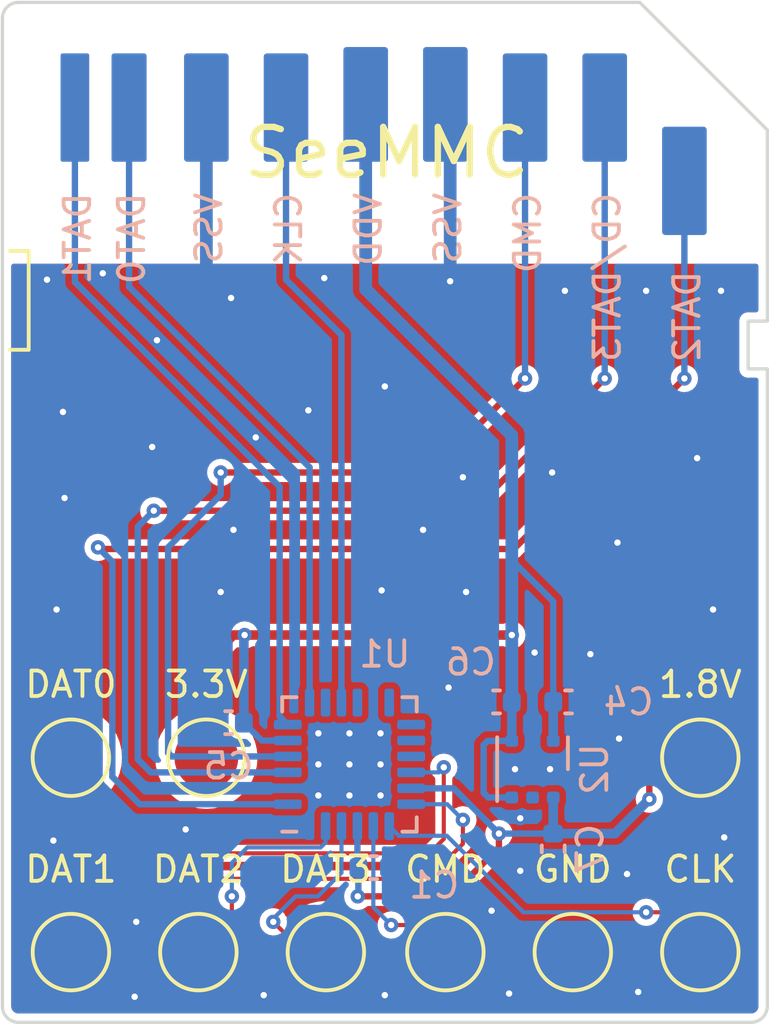
<source format=kicad_pcb>
(kicad_pcb (version 20221018) (generator pcbnew)
  (layers (0 "F.Cu" signal) (31 "B.Cu" signal) (34 "B.Paste" user) (35 "F.Paste" user) (36 "B.SilkS" user "B.Silkscreen") (37 "F.SilkS" user "F.Silkscreen") (38 "B.Mask" user) (39 "F.Mask" user) (44 "Edge.Cuts" user))
  (net 0 "")
  (net 1 "VCC")
  (net 2 "GND")
  (net 3 "VDD")
  (net 4 "/DAT3")
  (net 5 "/CMD")
  (net 6 "/CLK")
  (net 7 "/DAT0")
  (net 8 "/DAT1")
  (net 9 "/DAT2")
  (net 11 "Net-(U1-DAT0_B0)")
  (net 12 "Net-(U1-DAT1_B0)")
  (net 13 "Net-(U1-DAT2_B0)")
  (net 14 "Net-(U1-DAT3_B0)")
  (net 15 "Net-(U1-CMD_B0)")
  (net 16 "Net-(U1-CLK_B0)")
  (footprint "TestPoint:TestPoint_Pad_D2.0mm" (layer "F.Cu") (at 158.25 93.1)
    (fp_text reference "TP4" hide)
    (fp_text value "DAT3" (at 0 -2.6) (layer "F.SilkS") (effects (font (size 0.8 0.8) (thickness 0.12))))
    (fp_circle (center 0 0) (end 0 1.2) (stroke (width 0.12)) (fill none) (layer "F.SilkS"))
    (pad "1" smd circle (at 0 0) (size 2 2) (layers "F.Cu" "F.Mask") (net 14 "Net-(U1-DAT3_B0)") (clearance 0.6))
  )
  (footprint "TestPoint:TestPoint_Pad_D2.0mm" (layer "F.Cu") (at 154.25 93.1)
    (fp_text reference "TP3" hide)
    (fp_text value "DAT2" (at 0 -2.6) (layer "F.SilkS") (effects (font (size 0.8 0.8) (thickness 0.12))))
    (fp_circle (center 0 0) (end 0 1.2) (stroke (width 0.12)) (fill none) (layer "F.SilkS"))
    (pad "1" smd circle (at 0 0) (size 2 2) (layers "F.Cu" "F.Mask") (net 13 "Net-(U1-DAT2_B0)") (clearance 0.6))
  )
  (footprint "TestPoint:TestPoint_Pad_D2.0mm" (layer "F.Cu") (at 162 93.1)
    (fp_text reference "TP5" hide)
    (fp_text value "CMD" (at 0 -2.6) (layer "F.SilkS") (effects (font (size 0.8 0.8) (thickness 0.12))))
    (fp_circle (center 0 0) (end 0 1.2) (stroke (width 0.12)) (fill none) (layer "F.SilkS"))
    (pad "1" smd circle (at 0 0) (size 2 2) (layers "F.Cu" "F.Mask") (net 15 "Net-(U1-CMD_B0)") (clearance 0.6))
  )
  (footprint "Connector_Card:SD_Card_Layout" (layer "F.Cu") (at 160.125 79.3)
    (fp_text reference "J1" hide)
    (fp_text value "SD_Card")
    (fp_text user "CLK" (at -2.575 -10.1 90 unlocked) (layer "B.SilkS") (effects (font (size 0.8 0.8) (thickness 0.12)) (justify left bottom mirror)))
    (fp_text user "DAT1" (at -9.2 -10.1 90 unlocked) (layer "B.SilkS") (effects (font (size 0.8 0.8) (thickness 0.12)) (justify left bottom mirror)))
    (fp_text user "DAT0" (at -7.5 -10.1 90 unlocked) (layer "B.SilkS") (effects (font (size 0.8 0.8) (thickness 0.12)) (justify left bottom mirror)))
    (fp_text user "DAT2" (at 9.925 -7.65 90 unlocked) (layer "B.SilkS") (effects (font (size 0.8 0.8) (thickness 0.12)) (justify left bottom mirror)))
    (fp_text user "VSS" (at -5.075 -10.1 90 unlocked) (layer "B.SilkS") (effects (font (size 0.8 0.8) (thickness 0.12)) (justify left bottom mirror)))
    (fp_text user "CD/DAT3" (at 7.425 -10.1 90 unlocked) (layer "B.SilkS") (effects (font (size 0.8 0.8) (thickness 0.12)) (justify left bottom mirror)))
    (fp_text user "CMD" (at 4.925 -10.1 90 unlocked) (layer "B.SilkS") (effects (font (size 0.8 0.8) (thickness 0.12)) (justify left bottom mirror)))
    (fp_text user "VDD" (at -0.075 -10.1 90 unlocked) (layer "B.SilkS") (effects (font (size 0.8 0.8) (thickness 0.12)) (justify left bottom mirror)))
    (fp_text user "VSS" (at 2.425 -10.1 90 unlocked) (layer "B.SilkS") (effects (font (size 0.8 0.8) (thickness 0.12)) (justify left bottom mirror)))
    (fp_line (start -11.8 -8.2) (end -11.2 -8.2) (stroke (width 0.12)) (layer "F.SilkS"))
    (fp_line (start -11.2 -8.2) (end -11.2 -5.1) (stroke (width 0.12)) (layer "F.SilkS"))
    (fp_line (start -11.2 -5.1) (end -11.8 -5.1) (stroke (width 0.12)) (layer "F.SilkS"))
    (pad "1" connect roundrect (at 6.875 -12.7) (size 1.4 3.4) (layers "B.Cu" "B.Mask") (roundrect_rratio 0.07142857143) (net 4 "/DAT3") (clearance 0.05))
    (pad "2" connect roundrect (at 4.375 -12.7) (size 1.4 3.4) (layers "B.Cu" "B.Mask") (roundrect_rratio 0.07142857143) (net 5 "/CMD") (clearance 0.05))
    (pad "3" connect roundrect (at 1.875 -12.8) (size 1.4 3.6) (layers "B.Cu" "B.Mask") (roundrect_rratio 0.07142857143) (net 2 "GND") (clearance 0.05))
    (pad "4" connect roundrect (at -0.625 -12.8) (size 1.4 3.6) (layers "B.Cu" "B.Mask") (roundrect_rratio 0.07142857143) (net 3 "VDD") (clearance 0.05))
    (pad "5" connect roundrect (at -3.125 -12.7) (size 1.4 3.4) (layers "B.Cu" "B.Mask") (roundrect_rratio 0.07142857143) (net 6 "/CLK") (clearance 0.05))
    (pad "6" connect roundrect (at -5.625 -12.7) (size 1.4 3.4) (layers "B.Cu" "B.Mask") (roundrect_rratio 0.07142857143) (net 2 "GND") (clearance 0.05))
    (pad "7" connect roundrect (at -8.05 -12.7) (size 1.1 3.4) (layers "B.Cu" "B.Mask") (roundrect_rratio 0.07142857143) (net 7 "/DAT0") (clearance 0.05))
    (pad "8" connect roundrect (at -9.75 -12.7) (size 0.9 3.4) (layers "B.Cu" "B.Mask") (roundrect_rratio 0.07142857143) (net 8 "/DAT1") (clearance 0.05))
    (pad "9" connect roundrect (at 9.375 -10.4) (size 1.4 3.4) (layers "B.Cu" "B.Mask") (roundrect_rratio 0.07142857143) (net 9 "/DAT2") (clearance 0.05))
  )
  (footprint "TestPoint:TestPoint_Pad_D2.0mm" (layer "F.Cu") (at 150.25 93.1)
    (fp_text reference "TP2" hide)
    (fp_text value "DAT1" (at 0 -2.6) (layer "F.SilkS") (effects (font (size 0.8 0.8) (thickness 0.12))))
    (fp_circle (center 0 0) (end 0 1.2) (stroke (width 0.12)) (fill none) (layer "F.SilkS"))
    (pad "1" smd circle (at 0 0) (size 2 2) (layers "F.Cu" "F.Mask") (net 11 "Net-(U1-DAT0_B0)") (clearance 0.6))
  )
  (footprint "TestPoint:TestPoint_Pad_D2.0mm" (layer "F.Cu") (at 170 93.1)
    (fp_text reference "TP7" hide)
    (fp_text value "CLK" (at 0 -2.6) (layer "F.SilkS") (effects (font (size 0.8 0.8) (thickness 0.12))))
    (fp_circle (center 0 0) (end 0 1.2) (stroke (width 0.12)) (fill none) (layer "F.SilkS"))
    (pad "1" smd circle (at 0 0) (size 2 2) (layers "F.Cu" "F.Mask") (net 16 "Net-(U1-CLK_B0)") (clearance 0.6))
  )
  (footprint "TestPoint:TestPoint_Pad_D2.0mm" (layer "F.Cu") (at 154.5 87)
    (fp_text reference "TP6" hide)
    (fp_text value "3.3V" (at 0 -2.3) (layer "F.SilkS") (effects (font (size 0.8 0.8) (thickness 0.12))))
    (fp_circle (center 0 0) (end 0 1.2) (stroke (width 0.12)) (fill none) (layer "F.SilkS"))
    (pad "1" smd circle (at 0 0) (size 2 2) (layers "F.Cu" "F.Mask") (net 3 "VDD") (clearance 0.6))
  )
  (footprint "TestPoint:TestPoint_Pad_D2.0mm" (layer "F.Cu") (at 170 87)
    (fp_text reference "TP9" hide)
    (fp_text value "1.8V" (at 0 -2.3) (layer "F.SilkS") (effects (font (size 0.8 0.8) (thickness 0.12))))
    (fp_circle (center 0 0) (end 0 1.2) (stroke (width 0.12)) (fill none) (layer "F.SilkS"))
    (pad "1" smd circle (at 0 0) (size 2 2) (layers "F.Cu" "F.Mask") (net 1 "VCC") (clearance 0.6))
  )
  (footprint "TestPoint:TestPoint_Pad_D2.0mm" (layer "F.Cu") (at 150.25 87)
    (fp_text reference "TP1" hide)
    (fp_text value "DAT0" (at 0 -2.3) (layer "F.SilkS") (effects (font (size 0.8 0.8) (thickness 0.12))))
    (fp_circle (center 0 0) (end 0 1.2) (stroke (width 0.12)) (fill none) (layer "F.SilkS"))
    (pad "1" smd circle (at 0 0) (size 2 2) (layers "F.Cu" "F.Mask") (net 12 "Net-(U1-DAT1_B0)") (clearance 0.6))
  )
  (footprint "TestPoint:TestPoint_Pad_D2.0mm" (layer "F.Cu") (at 166 93.1)
    (fp_text reference "TP8" hide)
    (fp_text value "GND" (at 0 -2.6) (layer "F.SilkS") (effects (font (size 0.8 0.8) (thickness 0.12))))
    (fp_circle (center 0 0) (end 0 1.2) (stroke (width 0.12)) (fill none) (layer "F.SilkS"))
    (pad "1" smd circle (at 0 0) (size 2 2) (layers "F.Cu" "F.Mask") (net 2 "GND") (clearance 0.6))
  )
  (footprint "Capacitor_SMD:C_0402_1005Metric" (layer "B.Cu") (at 163.605 85.25 180)
    (fp_text reference "C6" (at 0.805 1.25) (layer "B.SilkS") (effects (font (size 0.8 0.8) (thickness 0.12)) (justify mirror)))
    (fp_text value "0.1uF" hide)
    (fp_line (start -0.107836 -0.36) (end 0.107836 -0.36) (stroke (width 0.12)) (layer "B.SilkS"))
    (fp_line (start -0.107836 0.36) (end 0.107836 0.36) (stroke (width 0.12)) (layer "B.SilkS"))
    (pad "1" smd roundrect (at -0.48 0 180) (size 0.56 0.62) (layers "B.Cu" "B.Paste" "B.Mask") (net 3 "VDD"))
    (pad "2" smd roundrect (at 0.48 0 180) (size 0.56 0.62) (layers "B.Cu" "B.Paste" "B.Mask") (net 2 "GND"))
  )
  (footprint "Capacitor_SMD:C_0402_1005Metric" (layer "B.Cu") (at 165.865 85.25 180)
    (fp_text reference "C4" (at -1.885 0) (layer "B.SilkS") (effects (font (size 0.8 0.8) (thickness 0.12)) (justify mirror)))
    (fp_text value "2.2uF" hide)
    (fp_line (start -0.107836 -0.36) (end 0.107836 -0.36) (stroke (width 0.12)) (layer "B.SilkS"))
    (fp_line (start -0.107836 0.36) (end 0.107836 0.36) (stroke (width 0.12)) (layer "B.SilkS"))
    (pad "1" smd roundrect (at -0.48 0 180) (size 0.56 0.62) (layers "B.Cu" "B.Paste" "B.Mask") (net 2 "GND"))
    (pad "2" smd roundrect (at 0.48 0 180) (size 0.56 0.62) (layers "B.Cu" "B.Paste" "B.Mask") (net 3 "VDD"))
  )
  (footprint "Capacitor_SMD:C_0402_1005Metric" (layer "B.Cu") (at 159.75 90.45)
    (fp_text reference "C1" (at 1.9 0.55) (layer "B.SilkS") (effects (font (size 0.8 0.8) (thickness 0.12)) (justify mirror)))
    (fp_text value "0.1uF" hide)
    (fp_line (start -0.107836 -0.36) (end 0.107836 -0.36) (stroke (width 0.12)) (layer "B.SilkS"))
    (fp_line (start -0.107836 0.36) (end 0.107836 0.36) (stroke (width 0.12)) (layer "B.SilkS"))
    (pad "1" smd roundrect (at -0.48 0) (size 0.56 0.62) (layers "B.Cu" "B.Paste" "B.Mask") (net 1 "VCC"))
    (pad "2" smd roundrect (at 0.48 0) (size 0.56 0.62) (layers "B.Cu" "B.Paste" "B.Mask") (net 2 "GND"))
  )
  (footprint "Package_SON:WSON-6-1EP_2x2mm_P0.65mm_EP1x1.6mm_ThermalVias" (layer "B.Cu") (at 164.735 87.36 90)
    (fp_text reference "U2" (at 0 1.95 90) (layer "B.SilkS") (effects (font (size 0.8 0.8) (thickness 0.12)) (justify mirror)))
    (fp_text value "TPS7A1118PDRV" hide)
    (fp_line (start -1 -1.11) (end 1 -1.11) (stroke (width 0.12)) (layer "B.SilkS"))
    (fp_line (start 0 1.11) (end 1 1.11) (stroke (width 0.12)) (layer "B.SilkS"))
    (pad "1" smd roundrect (at -0.8875 0.65 90) (size 0.375 0.4) (layers "B.Cu" "B.Paste" "B.Mask") (net 1 "VCC"))
    (pad "2" smd roundrect (at -0.8875 0 90) (size 0.375 0.4) (layers "B.Cu" "B.Paste" "B.Mask"))
    (pad "3" smd roundrect (at -0.8875 -0.65 90) (size 0.375 0.4) (layers "B.Cu" "B.Paste" "B.Mask") (net 3 "VDD"))
    (pad "4" smd roundrect (at 0.8875 -0.65 90) (size 0.375 0.4) (layers "B.Cu" "B.Paste" "B.Mask") (net 3 "VDD"))
    (pad "5" smd roundrect (at 0.8875 0 90) (size 0.375 0.4) (layers "B.Cu" "B.Paste" "B.Mask") (net 2 "GND"))
    (pad "6" smd roundrect (at 0.8875 0.65 90) (size 0.375 0.4) (layers "B.Cu" "B.Paste" "B.Mask") (net 3 "VDD"))
    (pad "7" thru_hole circle (at 0 -0.55 90) (size 0.5 0.5) (drill 0.2) (layers "*.Cu") (net 2 "GND"))
    (pad "7" smd rect (at 0 0 90) (size 0.5 1.6) (layers "F.Cu") (net 2 "GND"))
    (pad "7" smd rect (at 0 0 90) (size 1 1.6) (layers "B.Cu" "B.Mask") (net 2 "GND"))
    (pad "7" thru_hole circle (at 0 0.55 90) (size 0.5 0.5) (drill 0.2) (layers "*.Cu") (net 2 "GND"))
  )
  (footprint "Capacitor_SMD:C_0402_1005Metric" (layer "B.Cu") (at 165.385 89.86 90)
    (fp_text reference "C7" (at 0 1.16 90) (layer "B.SilkS") (effects (font (size 0.8 0.8) (thickness 0.12)) (justify mirror)))
    (fp_text value "2.2uF" hide)
    (fp_line (start -0.107836 -0.36) (end 0.107836 -0.36) (stroke (width 0.12)) (layer "B.SilkS"))
    (fp_line (start -0.107836 0.36) (end 0.107836 0.36) (stroke (width 0.12)) (layer "B.SilkS"))
    (pad "1" smd roundrect (at -0.48 0 90) (size 0.56 0.62) (layers "B.Cu" "B.Paste" "B.Mask") (net 2 "GND"))
    (pad "2" smd roundrect (at 0.48 0 90) (size 0.56 0.62) (layers "B.Cu" "B.Paste" "B.Mask") (net 1 "VCC"))
  )
  (footprint "Capacitor_SMD:C_0402_1005Metric" (layer "B.Cu") (at 155.1975 85.9 180)
    (fp_text reference "C5" (at 0 -1.36) (layer "B.SilkS") (effects (font (size 0.8 0.8) (thickness 0.12)) (justify mirror)))
    (fp_text value "0.1uF" hide)
    (fp_line (start -0.107836 -0.36) (end 0.107836 -0.36) (stroke (width 0.12)) (layer "B.SilkS"))
    (fp_line (start -0.107836 0.36) (end 0.107836 0.36) (stroke (width 0.12)) (layer "B.SilkS"))
    (pad "1" smd roundrect (at -0.48 0 180) (size 0.56 0.62) (layers "B.Cu" "B.Paste" "B.Mask") (net 3 "VDD"))
    (pad "2" smd roundrect (at 0.48 0 180) (size 0.56 0.62) (layers "B.Cu" "B.Paste" "B.Mask") (net 2 "GND"))
  )
  (footprint "Package_DFN_QFN:WQFN-24-1EP_4x4mm_P0.5mm_EP2.45x2.45mm_ThermalVias" (layer "B.Cu") (at 158.99 87.21)
    (fp_text reference "U1" (at 1.11 -3.46) (layer "B.SilkS") (effects (font (size 0.8 0.8) (thickness 0.12)) (justify mirror)))
    (fp_text value "TXS02612RTWR" hide)
    (fp_line (start -2.11 -2.11) (end -2.11 -1.66) (stroke (width 0.12)) (layer "B.SilkS"))
    (fp_line (start -1.66 -2.11) (end -2.11 -2.11) (stroke (width 0.12)) (layer "B.SilkS"))
    (fp_line (start -1.66 2.11) (end -2.11 2.11) (stroke (width 0.12)) (layer "B.SilkS"))
    (fp_line (start 1.66 -2.11) (end 2.11 -2.11) (stroke (width 0.12)) (layer "B.SilkS"))
    (fp_line (start 1.66 2.11) (end 2.11 2.11) (stroke (width 0.12)) (layer "B.SilkS"))
    (fp_line (start 2.11 -2.11) (end 2.11 -1.66) (stroke (width 0.12)) (layer "B.SilkS"))
    (fp_line (start 2.11 2.11) (end 2.11 1.66) (stroke (width 0.12)) (layer "B.SilkS"))
    (pad "1" smd roundrect (at -1.9375 1.25) (size 0.875 0.3) (layers "B.Cu" "B.Paste" "B.Mask") (net 9 "/DAT2"))
    (pad "2" smd roundrect (at -1.9375 0.75) (size 0.875 0.3) (layers "B.Cu" "B.Paste" "B.Mask") (net 2 "GND"))
    (pad "3" smd roundrect (at -1.9375 0.25) (size 0.875 0.3) (layers "B.Cu" "B.Paste" "B.Mask") (net 4 "/DAT3"))
    (pad "4" smd roundrect (at -1.9375 -0.25) (size 0.875 0.3) (layers "B.Cu" "B.Paste" "B.Mask") (net 5 "/CMD"))
    (pad "5" smd roundrect (at -1.9375 -0.75) (size 0.875 0.3) (layers "B.Cu" "B.Paste" "B.Mask") (net 3 "VDD"))
    (pad "6" smd roundrect (at -1.9375 -1.25) (size 0.875 0.3) (layers "B.Cu" "B.Paste" "B.Mask") (net 8 "/DAT1"))
    (pad "7" smd roundrect (at -1.25 -1.9375) (size 0.3 0.875) (layers "B.Cu" "B.Paste" "B.Mask") (net 7 "/DAT0"))
    (pad "8" smd roundrect (at -0.75 -1.9375) (size 0.3 0.875) (layers "B.Cu" "B.Paste" "B.Mask"))
    (pad "9" smd roundrect (at -0.25 -1.9375) (size 0.3 0.875) (layers "B.Cu" "B.Paste" "B.Mask") (net 6 "/CLK"))
    (pad "10" smd roundrect (at 0.25 -1.9375) (size 0.3 0.875) (layers "B.Cu" "B.Paste" "B.Mask"))
    (pad "11" smd roundrect (at 0.75 -1.9375) (size 0.3 0.875) (layers "B.Cu" "B.Paste" "B.Mask") (net 2 "GND"))
    (pad "12" smd roundrect (at 1.25 -1.9375) (size 0.3 0.875) (layers "B.Cu" "B.Paste" "B.Mask"))
    (pad "13" smd roundrect (at 1.9375 -1.25) (size 0.875 0.3) (layers "B.Cu" "B.Paste" "B.Mask"))
    (pad "14" smd roundrect (at 1.9375 -0.75) (size 0.875 0.3) (layers "B.Cu" "B.Paste" "B.Mask"))
    (pad "15" smd roundrect (at 1.9375 -0.25) (size 0.875 0.3) (layers "B.Cu" "B.Paste" "B.Mask"))
    (pad "16" smd roundrect (at 1.9375 0.25) (size 0.875 0.3) (layers "B.Cu" "B.Paste" "B.Mask") (net 12 "Net-(U1-DAT1_B0)"))
    (pad "17" smd roundrect (at 1.9375 0.75) (size 0.875 0.3) (layers "B.Cu" "B.Paste" "B.Mask") (net 1 "VCC"))
    (pad "18" smd roundrect (at 1.9375 1.25) (size 0.875 0.3) (layers "B.Cu" "B.Paste" "B.Mask") (net 11 "Net-(U1-DAT0_B0)"))
    (pad "19" smd roundrect (at 1.25 1.9375) (size 0.3 0.875) (layers "B.Cu" "B.Paste" "B.Mask") (net 16 "Net-(U1-CLK_B0)"))
    (pad "20" smd roundrect (at 0.75 1.9375) (size 0.3 0.875) (layers "B.Cu" "B.Paste" "B.Mask") (net 15 "Net-(U1-CMD_B0)"))
    (pad "21" smd roundrect (at 0.25 1.9375) (size 0.3 0.875) (layers "B.Cu" "B.Paste" "B.Mask") (net 1 "VCC"))
    (pad "22" smd roundrect (at -0.25 1.9375) (size 0.3 0.875) (layers "B.Cu" "B.Paste" "B.Mask") (net 14 "Net-(U1-DAT3_B0)"))
    (pad "23" smd roundrect (at -0.75 1.9375) (size 0.3 0.875) (layers "B.Cu" "B.Paste" "B.Mask") (net 13 "Net-(U1-DAT2_B0)"))
    (pad "24" smd roundrect (at -1.25 1.9375) (size 0.3 0.875) (layers "B.Cu" "B.Paste" "B.Mask") (net 2 "GND"))
    (pad "25" thru_hole circle (at -0.975 -0.975) (size 0.5 0.5) (drill 0.2) (layers "*.Cu") (net 2 "GND"))
    (pad "25" thru_hole circle (at -0.975 0) (size 0.5 0.5) (drill 0.2) (layers "*.Cu") (net 2 "GND"))
    (pad "25" thru_hole circle (at -0.975 0.975) (size 0.5 0.5) (drill 0.2) (layers "*.Cu") (net 2 "GND"))
    (pad "25" thru_hole circle (at 0 -0.975) (size 0.5 0.5) (drill 0.2) (layers "*.Cu") (net 2 "GND"))
    (pad "25" thru_hole circle (at 0 0) (size 0.5 0.5) (drill 0.2) (layers "*.Cu") (net 2 "GND"))
    (pad "25" smd rect (at 0 0) (size 2.45 2.45) (layers "F.Cu") (net 2 "GND"))
    (pad "25" smd rect (at 0 0) (size 2.45 2.45) (layers "B.Cu" "B.Mask") (net 2 "GND"))
    (pad "25" thru_hole circle (at 0 0.975) (size 0.5 0.5) (drill 0.2) (layers "*.Cu") (net 2 "GND"))
    (pad "25" thru_hole circle (at 0.975 -0.975) (size 0.5 0.5) (drill 0.2) (layers "*.Cu") (net 2 "GND"))
    (pad "25" thru_hole circle (at 0.975 0) (size 0.5 0.5) (drill 0.2) (layers "*.Cu") (net 2 "GND"))
    (pad "25" thru_hole circle (at 0.975 0.975) (size 0.5 0.5) (drill 0.2) (layers "*.Cu") (net 2 "GND"))
  )
  (gr_line (start 172.1 67.3) (end 172.1 73.3) (stroke (width 0.1)) (layer "Edge.Cuts"))
  (gr_line (start 148.6 63.3) (end 168.1 63.3) (stroke (width 0.1)) (layer "Edge.Cuts"))
  (gr_line (start 171.5 74.8) (end 172.1 74.8) (stroke (width 0.1)) (layer "Edge.Cuts"))
  (gr_line (start 148.1 94.8) (end 148.1 63.8) (stroke (width 0.1)) (layer "Edge.Cuts"))
  (gr_line (start 171.6 95.3) (end 148.6 95.3) (stroke (width 0.1)) (layer "Edge.Cuts"))
  (gr_line (start 168.1 63.3) (end 172.1 67.3) (stroke (width 0.1)) (layer "Edge.Cuts"))
  (gr_arc (start 172.1 94.8) (mid 171.953553 95.153553) (end 171.6 95.3) (stroke (width 0.1)) (layer "Edge.Cuts"))
  (gr_line (start 172.1 74.8) (end 172.1 94.8) (stroke (width 0.1)) (layer "Edge.Cuts"))
  (gr_arc (start 148.6 95.3) (mid 148.246447 95.153553) (end 148.1 94.8) (stroke (width 0.1)) (layer "Edge.Cuts"))
  (gr_arc (start 148.1 63.8) (mid 148.246447 63.446447) (end 148.6 63.3) (stroke (width 0.1)) (layer "Edge.Cuts"))
  (gr_line (start 171.5 73.3) (end 171.5 74.8) (stroke (width 0.1)) (layer "Edge.Cuts"))
  (gr_line (start 172.1 73.3) (end 171.5 73.3) (stroke (width 0.1)) (layer "Edge.Cuts"))
  (gr_text "SeeMMC" (at 155.560715 68.9) (layer "F.SilkS") (effects (font (size 1.5 1.5) (thickness 0.2)) (justify left bottom)))
  (segment (start 163.68 89.82) (end 162.35 91.15) (width 0.2) (layer "F.Cu") (net 1))
  (segment (start 168.4 87.5) (end 168.9 87) (width 0.2) (layer "F.Cu") (net 1))
  (segment (start 168.4 88.3) (end 168.4 87.5) (width 0.2) (layer "F.Cu") (net 1))
  (segment (start 162.35 91.15) (end 162.15 91.35) (width 0.2) (layer "F.Cu") (net 1))
  (segment (start 162.15 91.35) (end 159.25 91.35) (width 0.2) (layer "F.Cu") (net 1))
  (segment (start 168.9 87) (end 170 87) (width 0.2) (layer "F.Cu") (net 1))
  (segment (start 163.68 89.38) (end 163.68 89.82) (width 0.2) (layer "F.Cu") (net 1))
  (via (at 159.25 91.35) (size 0.45) (drill 0.2) (layers "F.Cu" "B.Cu") (net 1))
  (via (at 168.4 88.3) (size 0.45) (drill 0.2) (layers "F.Cu" "B.Cu") (net 1))
  (via (at 163.68 89.38) (size 0.45) (drill 0.2) (layers "F.Cu" "B.Cu") (net 1))
  (segment (start 167.32 89.38) (end 168.4 88.3) (width 0.3) (layer "B.Cu") (net 1))
  (segment (start 165.385 89.38) (end 167.32 89.38) (width 0.3) (layer "B.Cu") (net 1))
  (segment (start 160.9275 87.96) (end 162.26 87.96) (width 0.2) (layer "B.Cu") (net 1))
  (segment (start 165.385 88.2475) (end 165.385 89.38) (width 0.3) (layer "B.Cu") (net 1))
  (segment (start 159.24 89.1475) (end 159.24 90.42) (width 0.2) (layer "B.Cu") (net 1))
  (segment (start 159.27 91.33) (end 159.25 91.35) (width 0.2) (layer "B.Cu") (net 1))
  (segment (start 163.68 89.38) (end 165.385 89.38) (width 0.2) (layer "B.Cu") (net 1))
  (segment (start 159.27 90.45) (end 159.27 91.33) (width 0.2) (layer "B.Cu") (net 1))
  (segment (start 159.24 90.42) (end 159.27 90.45) (width 0.2) (layer "B.Cu") (net 1))
  (segment (start 162.26 87.96) (end 163.68 89.38) (width 0.2) (layer "B.Cu") (net 1))
  (via (at 162.1 84.8) (size 0.45) (drill 0.2) (layers "F.Cu" "B.Cu") (net 2))
  (via (at 170.4 82.35) (size 0.45) (drill 0.2) (layers "F.Cu" "B.Cu") (net 2))
  (via (at 160.1 75.35) (size 0.45) (drill 0.2) (layers "F.Cu" "B.Cu") (net 2))
  (via (at 162.65 81.8) (size 0.45) (drill 0.2) (layers "F.Cu" "B.Cu") (net 2))
  (via (at 149.8 82.35) (size 0.45) (drill 0.2) (layers "F.Cu" "B.Cu") (net 2))
  (via (at 149.5 72) (size 0.45) (drill 0.2) (layers "F.Cu" "B.Cu") (net 2))
  (via (at 160.1 94.45) (size 0.45) (drill 0.2) (layers "F.Cu" "B.Cu") (net 2))
  (via (at 164.35 90.55) (size 0.45) (drill 0.2) (layers "F.Cu" "B.Cu") (net 2))
  (via (at 155.35 79.85) (size 0.45) (drill 0.2) (layers "F.Cu" "B.Cu") (net 2))
  (via (at 169.9 77.6) (size 0.45) (drill 0.2) (layers "F.Cu" "B.Cu") (net 2))
  (via (at 165.35 78.05) (size 0.45) (drill 0.2) (layers "F.Cu" "B.Cu") (net 2))
  (via (at 157.7 76.1) (size 0.45) (drill 0.2) (layers "F.Cu" "B.Cu") (net 2))
  (via (at 164 94.4) (size 0.45) (drill 0.2) (layers "F.Cu" "B.Cu") (net 2))
  (via (at 167.4 80.25) (size 0.45) (drill 0.2) (layers "F.Cu" "B.Cu") (net 2))
  (via (at 155.275 72.575) (size 0.45) (drill 0.2) (layers "F.Cu" "B.Cu") (net 2))
  (via (at 154.95 81.8) (size 0.45) (drill 0.2) (layers "F.Cu" "B.Cu") (net 2))
  (via (at 165.75 72.35) (size 0.45) (drill 0.2) (layers "F.Cu" "B.Cu") (net 2))
  (via (at 149.7 89.6) (size 0.45) (drill 0.2) (layers "F.Cu" "B.Cu") (net 2))
  (via (at 158.2 71.95) (size 0.45) (drill 0.2) (layers "F.Cu" "B.Cu") (net 2))
  (via (at 150 76.15) (size 0.45) (drill 0.2) (layers "F.Cu" "B.Cu") (net 2))
  (via (at 162.55 78.2) (size 0.45) (drill 0.2) (layers "F.Cu" "B.Cu") (net 2))
  (via (at 167.7 90.65) (size 0.45) (drill 0.2) (layers "F.Cu" "B.Cu") (net 2))
  (via (at 168.3 72.35) (size 0.45) (drill 0.2) (layers "F.Cu" "B.Cu") (net 2))
  (via (at 152.3 92.15) (size 0.45) (drill 0.2) (layers "F.Cu" "B.Cu") (net 2))
  (via (at 166.55 83.75) (size 0.45) (drill 0.2) (layers "F.Cu" "B.Cu") (net 2))
  (via (at 153.85 89.25) (size 0.45) (drill 0.2) (layers "F.Cu" "B.Cu") (net 2))
  (via (at 150.05 78.85) (size 0.45) (drill 0.2) (layers "F.Cu" "B.Cu") (net 2))
  (via (at 162.15 72.05) (size 0.45) (drill 0.2) (layers "F.Cu" "B.Cu") (net 2))
  (via (at 164.35 88.9) (size 0.45) (drill 0.2) (layers "F.Cu" "B.Cu") (net 2))
  (via (at 156.05 76.95) (size 0.45) (drill 0.2) (layers "F.Cu" "B.Cu") (net 2))
  (via (at 160 81.75) (size 0.45) (drill 0.2) (layers "F.Cu" "B.Cu") (net 2))
  (via (at 151.25 71.8) (size 0.45) (drill 0.2) (layers "F.Cu" "B.Cu") (net 2))
  (via (at 168.05 94.35) (size 0.45) (drill 0.2) (layers "F.Cu" "B.Cu") (net 2))
  (via (at 152.95 73.9) (size 0.45) (drill 0.2) (layers "F.Cu" "B.Cu") (net 2))
  (via (at 167.45 86.4) (size 0.45) (drill 0.2) (layers "F.Cu" "B.Cu") (net 2))
  (via (at 164.8 83.7) (size 0.45) (drill 0.2) (layers "F.Cu" "B.Cu") (net 2))
  (via (at 152.8 77.25) (size 0.45) (drill 0.2) (layers "F.Cu" "B.Cu") (net 2))
  (via (at 170.75 89.5) (size 0.45) (drill 0.2) (layers "F.Cu" "B.Cu") (net 2))
  (via (at 152.25 94.5) (size 0.45) (drill 0.2) (layers "F.Cu" "B.Cu") (net 2))
  (via (at 170.65 72.35) (size 0.45) (drill 0.2) (layers "F.Cu" "B.Cu") (net 2))
  (via (at 161.3 79.85) (size 0.45) (drill 0.2) (layers "F.Cu" "B.Cu") (net 2))
  (via (at 163.45 91.8) (size 0.45) (drill 0.2) (layers "F.Cu" "B.Cu") (net 2))
  (via (at 156.3 94.45) (size 0.45) (drill 0.2) (layers "F.Cu" "B.Cu") (net 2))
  (segment (start 162.15 66.65) (end 162.15 72.05) (width 0.4) (layer "B.Cu") (net 2))
  (segment (start 154.5 71.8) (end 154.5 66.6) (width 0.4) (layer "B.Cu") (net 2))
  (segment (start 155.275 72.575) (end 154.5 71.8) (width 0.4) (layer "B.Cu") (net 2))
  (segment (start 162 66.5) (end 162.15 66.65) (width 0.4) (layer "B.Cu") (net 2))
  (segment (start 155.7 83.15) (end 164.085 83.15) (width 0.3) (layer "F.Cu") (net 3))
  (segment (start 154.5 84) (end 154.5 87) (width 0.3) (layer "F.Cu") (net 3))
  (segment (start 155.35 83.15) (end 154.5 84) (width 0.3) (layer "F.Cu") (net 3))
  (segment (start 155.7 83.15) (end 155.35 83.15) (width 0.3) (layer "F.Cu") (net 3))
  (via (at 164.085 83.15) (size 0.45) (drill 0.2) (layers "F.Cu" "B.Cu") (net 3))
  (via (at 155.7 83.15) (size 0.45) (drill 0.2) (layers "F.Cu" "B.Cu") (net 3))
  (segment (start 159.5 72.3) (end 159.5 66.5) (width 0.4) (layer "B.Cu") (net 3))
  (segment (start 164.085 86.4725) (end 163.3275 86.4725) (width 0.2) (layer "B.Cu") (net 3))
  (segment (start 155.6775 83.1725) (end 155.7 83.15) (width 0.3) (layer "B.Cu") (net 3))
  (segment (start 156.2375 86.46) (end 155.6775 85.9) (width 0.2) (layer "B.Cu") (net 3))
  (segment (start 164.085 83.15) (end 164.085 80.8) (width 0.4) (layer "B.Cu") (net 3))
  (segment (start 165.385 82.1) (end 164.085 80.8) (width 0.2) (layer "B.Cu") (net 3))
  (segment (start 164.085 85.25) (end 164.085 86.4725) (width 0.3) (layer "B.Cu") (net 3))
  (segment (start 164.085 85.25) (end 164.085 83.15) (width 0.4) (layer "B.Cu") (net 3))
  (segment (start 164.085 76.885) (end 159.5 72.3) (width 0.4) (layer "B.Cu") (net 3))
  (segment (start 163.2 86.6) (end 163.2 88.1) (width 0.2) (layer "B.Cu") (net 3))
  (segment (start 163.3475 88.2475) (end 164.085 88.2475) (width 0.2) (layer "B.Cu") (net 3))
  (segment (start 163.2 88.1) (end 163.3475 88.2475) (width 0.2) (layer "B.Cu") (net 3))
  (segment (start 165.385 85.25) (end 165.385 82.1) (width 0.2) (layer "B.Cu") (net 3))
  (segment (start 163.3275 86.4725) (end 163.2 86.6) (width 0.2) (layer "B.Cu") (net 3))
  (segment (start 165.385 85.25) (end 165.385 86.4725) (width 0.3) (layer "B.Cu") (net 3))
  (segment (start 155.6775 85.9) (end 155.6775 83.1725) (width 0.3) (layer "B.Cu") (net 3))
  (segment (start 164.085 80.8) (end 164.085 76.885) (width 0.4) (layer "B.Cu") (net 3))
  (segment (start 157.0525 86.46) (end 156.2375 86.46) (width 0.2) (layer "B.Cu") (net 3))
  (segment (start 162.85 79.25) (end 167 75.1) (width 0.2) (layer "F.Cu") (net 4))
  (segment (start 152.85 79.25) (end 162.85 79.25) (width 0.2) (layer "F.Cu") (net 4))
  (via (at 167 75.1) (size 0.45) (drill 0.2) (layers "F.Cu" "B.Cu") (net 4))
  (via (at 152.85 79.25) (size 0.45) (drill 0.2) (layers "F.Cu" "B.Cu") (net 4))
  (segment (start 167 75.1) (end 167 66.6) (width 0.2) (layer "B.Cu") (net 4))
  (segment (start 152.76 87.46) (end 152.35 87.05) (width 0.2) (layer "B.Cu") (net 4))
  (segment (start 157.0525 87.46) (end 152.76 87.46) (width 0.2) (layer "B.Cu") (net 4))
  (segment (start 152.35 79.75) (end 152.85 79.25) (width 0.2) (layer "B.Cu") (net 4))
  (segment (start 152.35 87.05) (end 152.35 79.75) (width 0.2) (layer "B.Cu") (net 4))
  (segment (start 154.95 78.05) (end 161.55 78.05) (width 0.2) (layer "F.Cu") (net 5))
  (segment (start 161.55 78.05) (end 164.5 75.1) (width 0.2) (layer "F.Cu") (net 5))
  (via (at 164.5 75.1) (size 0.45) (drill 0.2) (layers "F.Cu" "B.Cu") (net 5))
  (via (at 154.95 78.05) (size 0.45) (drill 0.2) (layers "F.Cu" "B.Cu") (net 5))
  (segment (start 153.41 86.96) (end 157.0525 86.96) (width 0.2) (layer "B.Cu") (net 5))
  (segment (start 154.95 78.75) (end 153.3 80.4) (width 0.2) (layer "B.Cu") (net 5))
  (segment (start 154.95 78.05) (end 154.95 78.75) (width 0.2) (layer "B.Cu") (net 5))
  (segment (start 164.5 75.1) (end 164.5 66.6) (width 0.2) (layer "B.Cu") (net 5))
  (segment (start 153.3 80.4) (end 153.3 86.85) (width 0.2) (layer "B.Cu") (net 5))
  (segment (start 153.3 86.85) (end 153.41 86.96) (width 0.2) (layer "B.Cu") (net 5))
  (segment (start 158.74 73.74) (end 157 72) (width 0.2) (layer "B.Cu") (net 6))
  (segment (start 157 72) (end 157 66.6) (width 0.2) (layer "B.Cu") (net 6))
  (segment (start 158.74 85.2725) (end 158.74 73.74) (width 0.2) (layer "B.Cu") (net 6))
  (segment (start 152.075 72.225) (end 152.075 66.6) (width 0.2) (layer "B.Cu") (net 7))
  (segment (start 157.74 77.89) (end 152.075 72.225) (width 0.2) (layer "B.Cu") (net 7))
  (segment (start 157.74 85.2725) (end 157.74 77.89) (width 0.2) (layer "B.Cu") (net 7))
  (segment (start 156.8 78.5) (end 156.8 85.7075) (width 0.2) (layer "B.Cu") (net 8))
  (segment (start 150.375 66.6) (end 150.375 72.075) (width 0.2) (layer "B.Cu") (net 8))
  (segment (start 150.375 72.075) (end 156.8 78.5) (width 0.2) (layer "B.Cu") (net 8))
  (segment (start 156.8 85.7075) (end 157.0525 85.96) (width 0.2) (layer "B.Cu") (net 8))
  (segment (start 164.15 80.45) (end 169.5 75.1) (width 0.2) (layer "F.Cu") (net 9))
  (segment (start 151.1 80.4) (end 151.15 80.45) (width 0.2) (layer "F.Cu") (net 9))
  (segment (start 151.15 80.45) (end 164.15 80.45) (width 0.2) (layer "F.Cu") (net 9))
  (via (at 169.5 75.1) (size 0.45) (drill 0.2) (layers "F.Cu" "B.Cu") (net 9))
  (via (at 151.1 80.4) (size 0.45) (drill 0.2) (layers "F.Cu" "B.Cu") (net 9))
  (segment (start 169.5 75.1) (end 169.5 68.9) (width 0.2) (layer "B.Cu") (net 9))
  (segment (start 151.55 80.85) (end 151.55 87.6) (width 0.2) (layer "B.Cu") (net 9))
  (segment (start 151.1 80.4) (end 151.55 80.85) (width 0.2) (layer "B.Cu") (net 9))
  (segment (start 151.55 87.6) (end 152.41 88.46) (width 0.2) (layer "B.Cu") (net 9))
  (segment (start 152.41 88.46) (end 157.0525 88.46) (width 0.2) (layer "B.Cu") (net 9))
  (segment (start 152.55 90.8) (end 150.25 93.1) (width 0.13) (layer "F.Cu") (net 11))
  (segment (start 161.45 90.8) (end 152.55 90.8) (width 0.13) (layer "F.Cu") (net 11))
  (segment (start 162.55 88.95) (end 162.55 89.7) (width 0.13) (layer "F.Cu") (net 11))
  (segment (start 162.55 89.7) (end 161.45 90.8) (width 0.13) (layer "F.Cu") (net 11))
  (via (at 162.55 88.95) (size 0.45) (drill 0.2) (layers "F.Cu" "B.Cu") (net 11))
  (segment (start 162.55 88.95) (end 162.06 88.46) (width 0.13) (layer "B.Cu") (net 11))
  (segment (start 162.06 88.46) (end 160.9275 88.46) (width 0.13) (layer "B.Cu") (net 11))
  (segment (start 161.95 87.3) (end 161.95 89.55) (width 0.13) (layer "F.Cu") (net 12))
  (segment (start 161.95 89.55) (end 161.5 90) (width 0.13) (layer "F.Cu") (net 12))
  (segment (start 161.5 90) (end 152.2 90) (width 0.13) (layer "F.Cu") (net 12))
  (segment (start 152.2 90) (end 151.1 88.9) (width 0.13) (layer "F.Cu") (net 12))
  (segment (start 151.1 88.9) (end 151.1 87.85) (width 0.13) (layer "F.Cu") (net 12))
  (segment (start 151.1 87.85) (end 150.25 87) (width 0.13) (layer "F.Cu") (net 12))
  (via (at 161.95 87.3) (size 0.45) (drill 0.2) (layers "F.Cu" "B.Cu") (net 12))
  (segment (start 161.79 87.46) (end 161.95 87.3) (width 0.13) (layer "B.Cu") (net 12))
  (segment (start 160.9275 87.46) (end 161.79 87.46) (width 0.13) (layer "B.Cu") (net 12))
  (segment (start 155.3 91.35) (end 155.3 92.05) (width 0.13) (layer "F.Cu") (net 13))
  (segment (start 155.3 92.05) (end 154.25 93.1) (width 0.13) (layer "F.Cu") (net 13))
  (via (at 155.3 91.35) (size 0.45) (drill 0.2) (layers "F.Cu" "B.Cu") (net 13))
  (segment (start 158.085 89.815) (end 155.785 89.815) (width 0.13) (layer "B.Cu") (net 13))
  (segment (start 158.24 89.66) (end 158.085 89.815) (width 0.13) (layer "B.Cu") (net 13))
  (segment (start 158.24 89.1475) (end 158.24 89.66) (width 0.13) (layer "B.Cu") (net 13))
  (segment (start 155.785 89.815) (end 155.3 90.3) (width 0.13) (layer "B.Cu") (net 13))
  (segment (start 155.3 90.3) (end 155.3 91.35) (width 0.13) (layer "B.Cu") (net 13))
  (segment (start 157.55 93.1) (end 158.25 93.1) (width 0.2) (layer "F.Cu") (net 14))
  (segment (start 156.6 92.15) (end 157.55 93.1) (width 0.13) (layer "F.Cu") (net 14))
  (via (at 156.6 92.15) (size 0.45) (drill 0.2) (layers "F.Cu" "B.Cu") (net 14))
  (segment (start 157.3 91.35) (end 158 91.35) (width 0.13) (layer "B.Cu") (net 14))
  (segment (start 156.6 92.15) (end 156.6 92.05) (width 0.2) (layer "B.Cu") (net 14))
  (segment (start 158 91.35) (end 158.74 90.61) (width 0.13) (layer "B.Cu") (net 14))
  (segment (start 158.74 90.61) (end 158.74 89.1475) (width 0.13) (layer "B.Cu") (net 14))
  (segment (start 156.6 92.05) (end 157.3 91.35) (width 0.13) (layer "B.Cu") (net 14))
  (segment (start 161.15 92.25) (end 162 93.1) (width 0.13) (layer "F.Cu") (net 15))
  (segment (start 160.3 92.25) (end 161.15 92.25) (width 0.13) (layer "F.Cu") (net 15))
  (via (at 160.3 92.25) (size 0.45) (drill 0.2) (layers "F.Cu" "B.Cu") (net 15))
  (segment (start 160.3 92.25) (end 159.74 91.69) (width 0.13) (layer "B.Cu") (net 15))
  (segment (start 159.74 91.69) (end 159.74 89.1475) (width 0.13) (layer "B.Cu") (net 15))
  (segment (start 168.75 91.85) (end 170 93.1) (width 0.13) (layer "F.Cu") (net 16))
  (segment (start 168.3 91.85) (end 168.75 91.85) (width 0.13) (layer "F.Cu") (net 16))
  (via (at 168.3 91.85) (size 0.45) (drill 0.2) (layers "F.Cu" "B.Cu") (net 16))
  (segment (start 160.24 89.1475) (end 160.5425 89.45) (width 0.13) (layer "B.Cu") (net 16))
  (segment (start 164.45 91.85) (end 168.3 91.85) (width 0.13) (layer "B.Cu") (net 16))
  (segment (start 164.025 91.425) (end 164.45 91.85) (width 0.13) (layer "B.Cu") (net 16))
  (segment (start 160.5425 89.45) (end 162.05 89.45) (width 0.13) (layer "B.Cu") (net 16))
  (segment (start 162.05 89.45) (end 164.1 91.5) (width 0.13) (layer "B.Cu") (net 16))
  (zone (net 2) (net_name "GND") (layers "F&B.Cu") (connect_pads yes (clearance 0.2)) (min_thickness 0.15) (fill yes (thermal_gap 0.5) (thermal_bridge_width 0.5))
    (polygon (pts (xy 148.1 95.3) (xy 172.1 95.3) (xy 172.1 71.5) (xy 148.1 71.5)))
  )
)
</source>
